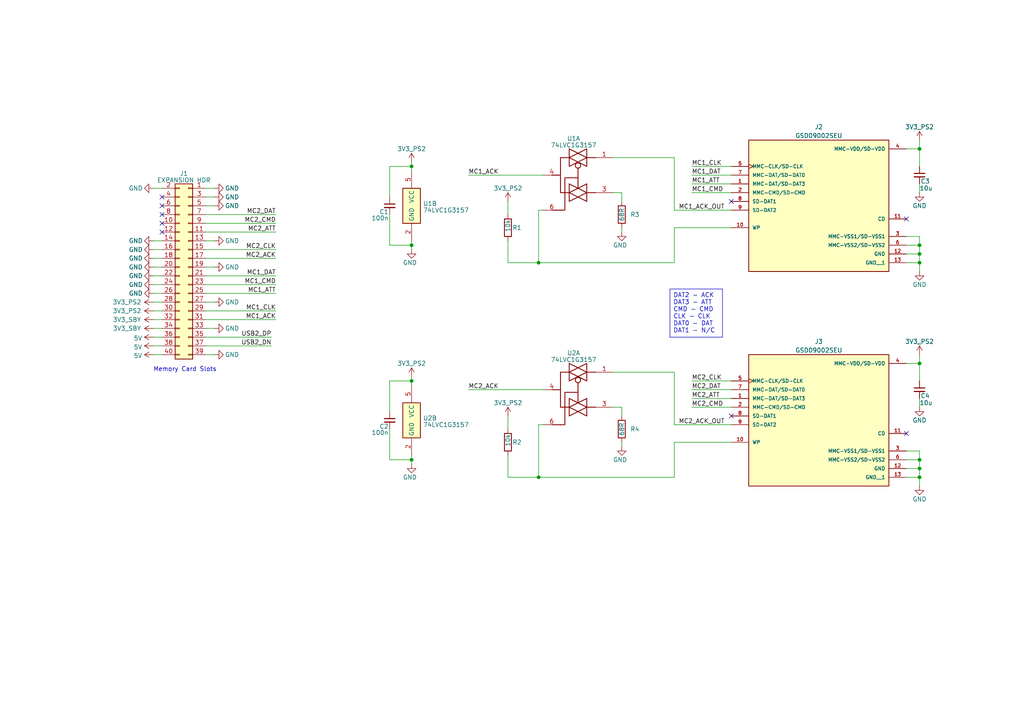
<source format=kicad_sch>
(kicad_sch (version 20230121) (generator eeschema)
  (paper "A4")
  (lib_symbols
    (symbol "74xGxx:74LVC1G3157"
      (property "Reference" "U" (at 5.08 7.62 0))
      (property "Value" "74LVC1G3157" (at 10.16 -7.62 0))
      (symbol "74LVC1G3157_1_1"
        (polyline (pts (xy -7.62 -10.16) (xy -5.08 -10.16)) (stroke (width 0.254)) (fill (type background)))
        (polyline (pts (xy -7.62 0) (xy -5.08 0)) (stroke (width 0.254)) (fill (type background)))
        (polyline (pts (xy 0 -3.81) (xy 0 2.032)) (stroke (width 0.254)))
        (polyline (pts (xy 5.08 -5.08) (xy 2.54 -5.08)) (stroke (width 0.254)) (fill (type background)))
        (polyline (pts (xy 5.08 5.08) (xy 2.54 5.08)) (stroke (width 0.254)) (fill (type background)))
        (polyline (pts (xy -2.54 -5.08) (xy 0 -6.35) (xy -2.54 -7.62) (xy -2.54 -5.08)) (stroke (width 0.254)))
        (polyline (pts (xy -2.54 -2.54) (xy -2.54 -5.08) (xy 0 -3.81) (xy -2.54 -2.54)) (stroke (width 0.254)))
        (polyline (pts (xy -2.54 5.08) (xy 0 3.81) (xy -2.54 2.54) (xy -2.54 5.08)) (stroke (width 0.254)))
        (polyline (pts (xy -2.54 7.62) (xy 0 6.35) (xy -2.54 5.08) (xy -2.54 7.62)) (stroke (width 0.254)))
        (polyline (pts (xy 0 -0.762) (xy -3.81 -0.762) (xy -3.81 -10.16) (xy -5.08 -10.16)) (stroke (width 0.254)))
        (polyline (pts (xy 2.54 -5.08) (xy 0 -6.35) (xy 2.54 -7.62) (xy 2.54 -5.08)) (stroke (width 0.254)))
        (polyline (pts (xy 2.54 -2.54) (xy 2.54 -5.08) (xy 0 -3.81) (xy 2.54 -2.54)) (stroke (width 0.254)))
        (polyline (pts (xy 2.54 5.08) (xy 2.54 2.54) (xy 0 3.81) (xy 2.54 5.08)) (stroke (width 0.254)))
        (polyline (pts (xy 2.54 5.08) (xy 2.54 7.62) (xy 0 6.35) (xy 2.54 5.08)) (stroke (width 0.254)))
        (polyline (pts (xy -2.54 5.08) (xy -5.08 5.08) (xy -5.08 0) (xy -5.08 -5.08) (xy -2.54 -5.08)) (stroke (width 0.254)))
        (circle (center 0 2.794) (radius 0.762) (stroke (width 0.254)))
        (pin bidirectional line (at 10.16 5.08 180) (length 5.08) (name "~") (number "1"))
        (pin bidirectional line (at 10.16 -5.08 180) (length 5.08) (name "~") (number "3"))
        (pin bidirectional line (at -10.16 0 0) (length 5.08) (name "~") (number "4"))
        (pin input line (at -10.16 -10.16 0) (length 5.08) (name "~") (number "6"))
      )
      (symbol "74LVC1G3157_2_1"
        (rectangle (start -2.54 5.08) (end 2.54 -5.08) (stroke (width 0.254)) (fill (type background)))
        (pin power_in line (at 0 -10.16 90) (length 5.08) (name "GND") (number "2"))
        (pin power_in line (at 0 10.16 270) (length 5.08) (name "VCC") (number "5"))
      )
    )
    (symbol "GND_1" (power) (pin_names (offset 0))
      (property "Value" "GND_1" (at 0 -3.81 0))
      (symbol "GND_1_0_1"
        (polyline (pts (xy 0 0) (xy 0 -1.27) (xy 1.27 -1.27) (xy 0 -2.54) (xy -1.27 -1.27) (xy 0 -1.27)))
      )
      (symbol "GND_1_1_1"
        (pin power_in line (at 0 0 270) (length 0) hide (name "GND") (number "1"))
      )
    )
    (symbol "GND_19" (power) (pin_names (offset 0))
      (property "Value" "GND_19" (at 0 -3.81 0))
      (symbol "GND_19_0_1"
        (polyline (pts (xy 0 0) (xy 0 -1.27) (xy 1.27 -1.27) (xy 0 -2.54) (xy -1.27 -1.27) (xy 0 -1.27)))
      )
      (symbol "GND_19_1_1"
        (pin power_in line (at 0 0 270) (length 0) hide (name "GND") (number "1"))
      )
    )
    (symbol "PS2:3V5" (power) (pin_names (offset 0))
      (property "Value" "3V3_PS2" (at 0 3.556 0))
      (symbol "3V5_0_1"
        (polyline (pts (xy -0.762 1.27) (xy 0 2.54)))
        (polyline (pts (xy 0 0) (xy 0 2.54)))
        (polyline (pts (xy 0 2.54) (xy 0.762 1.27)))
      )
      (symbol "3V5_1_1"
        (pin power_in line (at 0 0 90) (length 0) hide (name "3V3_PS2") (number "1"))
      )
    )
    (symbol "PS2:3V5_SBY" (power) (pin_names (offset 0))
      (property "Value" "3V3_SBY" (at 0 3.556 0))
      (symbol "3V5_SBY_0_1"
        (polyline (pts (xy -0.762 1.27) (xy 0 2.54)))
        (polyline (pts (xy 0 0) (xy 0 2.54)))
        (polyline (pts (xy 0 2.54) (xy 0.762 1.27)))
      )
      (symbol "3V5_SBY_1_1"
        (pin power_in line (at 0 0 90) (length 0) hide (name "3V3_SBY") (number "1"))
      )
    )
    (symbol "PS2:5V" (power) (pin_names (offset 0))
      (property "Value" "5V" (at 0 3.556 0))
      (symbol "5V_0_1"
        (polyline (pts (xy -0.762 1.27) (xy 0 2.54)))
        (polyline (pts (xy 0 0) (xy 0 2.54)))
        (polyline (pts (xy 0 2.54) (xy 0.762 1.27)))
      )
      (symbol "5V_1_1"
        (pin power_in line (at 0 0 90) (length 0) hide (name "5V") (number "1"))
      )
    )
    (symbol "PS2:DF40C-40DS-0.4V" (pin_names (offset 1.016) hide)
      (property "Reference" "J" (at 1.27 25.4 0))
      (property "Value" "DF40C-40DS-0.4V" (at 1.27 -27.94 0))
      (symbol "DF40C-40DS-0.4V_1_1"
        (rectangle (start -1.27 -25.273) (end 0 -25.527) (stroke (width 0.1524)))
        (rectangle (start -1.27 -22.733) (end 0 -22.987) (stroke (width 0.1524)))
        (rectangle (start -1.27 -20.193) (end 0 -20.447) (stroke (width 0.1524)))
        (rectangle (start -1.27 -17.653) (end 0 -17.907) (stroke (width 0.1524)))
        (rectangle (start -1.27 -15.113) (end 0 -15.367) (stroke (width 0.1524)))
        (rectangle (start -1.27 -12.573) (end 0 -12.827) (stroke (width 0.1524)))
        (rectangle (start -1.27 -10.033) (end 0 -10.287) (stroke (width 0.1524)))
        (rectangle (start -1.27 -7.493) (end 0 -7.747) (stroke (width 0.1524)))
        (rectangle (start -1.27 -4.953) (end 0 -5.207) (stroke (width 0.1524)))
        (rectangle (start -1.27 -2.413) (end 0 -2.667) (stroke (width 0.1524)))
        (rectangle (start -1.27 0.127) (end 0 -0.127) (stroke (width 0.1524)))
        (rectangle (start -1.27 2.667) (end 0 2.413) (stroke (width 0.1524)))
        (rectangle (start -1.27 5.207) (end 0 4.953) (stroke (width 0.1524)))
        (rectangle (start -1.27 7.747) (end 0 7.493) (stroke (width 0.1524)))
        (rectangle (start -1.27 10.287) (end 0 10.033) (stroke (width 0.1524)))
        (rectangle (start -1.27 12.827) (end 0 12.573) (stroke (width 0.1524)))
        (rectangle (start -1.27 15.367) (end 0 15.113) (stroke (width 0.1524)))
        (rectangle (start -1.27 17.907) (end 0 17.653) (stroke (width 0.1524)))
        (rectangle (start -1.27 20.447) (end 0 20.193) (stroke (width 0.1524)))
        (rectangle (start -1.27 22.987) (end 0 22.733) (stroke (width 0.1524)))
        (rectangle (start -1.27 24.13) (end 3.81 -26.67) (stroke (width 0.254)) (fill (type background)))
        (rectangle (start 3.81 -25.273) (end 2.54 -25.527) (stroke (width 0.1524)))
        (rectangle (start 3.81 -22.733) (end 2.54 -22.987) (stroke (width 0.1524)))
        (rectangle (start 3.81 -20.193) (end 2.54 -20.447) (stroke (width 0.1524)))
        (rectangle (start 3.81 -17.653) (end 2.54 -17.907) (stroke (width 0.1524)))
        (rectangle (start 3.81 -15.113) (end 2.54 -15.367) (stroke (width 0.1524)))
        (rectangle (start 3.81 -12.573) (end 2.54 -12.827) (stroke (width 0.1524)))
        (rectangle (start 3.81 -10.033) (end 2.54 -10.287) (stroke (width 0.1524)))
        (rectangle (start 3.81 -7.493) (end 2.54 -7.747) (stroke (width 0.1524)))
        (rectangle (start 3.81 -4.953) (end 2.54 -5.207) (stroke (width 0.1524)))
        (rectangle (start 3.81 -2.413) (end 2.54 -2.667) (stroke (width 0.1524)))
        (rectangle (start 3.81 0.127) (end 2.54 -0.127) (stroke (width 0.1524)))
        (rectangle (start 3.81 2.667) (end 2.54 2.413) (stroke (width 0.1524)))
        (rectangle (start 3.81 5.207) (end 2.54 4.953) (stroke (width 0.1524)))
        (rectangle (start 3.81 7.747) (end 2.54 7.493) (stroke (width 0.1524)))
        (rectangle (start 3.81 10.287) (end 2.54 10.033) (stroke (width 0.1524)))
        (rectangle (start 3.81 12.827) (end 2.54 12.573) (stroke (width 0.1524)))
        (rectangle (start 3.81 15.367) (end 2.54 15.113) (stroke (width 0.1524)))
        (rectangle (start 3.81 17.907) (end 2.54 17.653) (stroke (width 0.1524)))
        (rectangle (start 3.81 20.447) (end 2.54 20.193) (stroke (width 0.1524)))
        (rectangle (start 3.81 22.987) (end 2.54 22.733) (stroke (width 0.1524)))
        (pin passive line (at -5.08 22.86 0) (length 3.81) (name "Pin_1") (number "1"))
        (pin passive line (at 7.62 12.7 180) (length 3.81) (name "Pin_10") (number "10"))
        (pin passive line (at -5.08 10.16 0) (length 3.81) (name "Pin_11") (number "11"))
        (pin passive line (at 7.62 10.16 180) (length 3.81) (name "Pin_12") (number "12"))
        (pin passive line (at -5.08 7.62 0) (length 3.81) (name "Pin_13") (number "13"))
        (pin passive line (at 7.62 7.62 180) (length 3.81) (name "Pin_14") (number "14"))
        (pin passive line (at -5.08 5.08 0) (length 3.81) (name "Pin_15") (number "15"))
        (pin passive line (at 7.62 5.08 180) (length 3.81) (name "Pin_16") (number "16"))
        (pin passive line (at -5.08 2.54 0) (length 3.81) (name "Pin_17") (number "17"))
        (pin passive line (at 7.62 2.54 180) (length 3.81) (name "Pin_18") (number "18"))
        (pin passive line (at -5.08 0 0) (length 3.81) (name "Pin_19") (number "19"))
        (pin passive line (at 7.62 22.86 180) (length 3.81) (name "Pin_2") (number "2"))
        (pin passive line (at 7.62 0 180) (length 3.81) (name "Pin_20") (number "20"))
        (pin passive line (at -5.08 -2.54 0) (length 3.81) (name "Pin_21") (number "21"))
        (pin passive line (at 7.62 -2.54 180) (length 3.81) (name "Pin_22") (number "22"))
        (pin passive line (at -5.08 -5.08 0) (length 3.81) (name "Pin_23") (number "23"))
        (pin passive line (at 7.62 -5.08 180) (length 3.81) (name "Pin_24") (number "24"))
        (pin passive line (at -5.08 -7.62 0) (length 3.81) (name "Pin_25") (number "25"))
        (pin passive line (at 7.62 -7.62 180) (length 3.81) (name "Pin_26") (number "26"))
        (pin passive line (at -5.08 -10.16 0) (length 3.81) (name "Pin_27") (number "27"))
        (pin passive line (at 7.62 -10.16 180) (length 3.81) (name "Pin_28") (number "28"))
        (pin passive line (at -5.08 -12.7 0) (length 3.81) (name "Pin_29") (number "29"))
        (pin passive line (at -5.08 20.32 0) (length 3.81) (name "Pin_3") (number "3"))
        (pin passive line (at 7.62 -12.7 180) (length 3.81) (name "Pin_30") (number "30"))
        (pin passive line (at -5.08 -15.24 0) (length 3.81) (name "Pin_31") (number "31"))
        (pin passive line (at 7.62 -15.24 180) (length 3.81) (name "Pin_32") (number "32"))
        (pin passive line (at -5.08 -17.78 0) (length 3.81) (name "Pin_33") (number "33"))
        (pin passive line (at 7.62 -17.78 180) (length 3.81) (name "Pin_34") (number "34"))
        (pin passive line (at -5.08 -20.32 0) (length 3.81) (name "Pin_35") (number "35"))
        (pin passive line (at 7.62 -20.32 180) (length 3.81) (name "Pin_36") (number "36"))
        (pin passive line (at -5.08 -22.86 0) (length 3.81) (name "Pin_37") (number "37"))
        (pin passive line (at 7.62 -22.86 180) (length 3.81) (name "Pin_38") (number "38"))
        (pin passive line (at -5.08 -25.4 0) (length 3.81) (name "Pin_39") (number "39"))
        (pin passive line (at 7.62 20.32 180) (length 3.81) (name "Pin_4") (number "4"))
        (pin passive line (at 7.62 -25.4 180) (length 3.81) (name "Pin_40") (number "40"))
        (pin passive line (at -5.08 17.78 0) (length 3.81) (name "Pin_5") (number "5"))
        (pin passive line (at 7.62 17.78 180) (length 3.81) (name "Pin_6") (number "6"))
        (pin passive line (at -5.08 15.24 0) (length 3.81) (name "Pin_7") (number "7"))
        (pin passive line (at 7.62 15.24 180) (length 3.81) (name "Pin_8") (number "8"))
        (pin passive line (at -5.08 12.7 0) (length 3.81) (name "Pin_9") (number "9"))
      )
    )
    (symbol "PS2:GSD09002SEU" (pin_names (offset 1.016))
      (property "Reference" "J" (at -20.32 18.542 0))
      (property "Value" "GSD09002SEU" (at -20.32 -22.86 0))
      (property "Part Number" "GSD09002SEU" (at 0 0 0))
      (symbol "GSD09002SEU_0_0"
        (rectangle (start -20.32 -20.32) (end 20.32 17.78) (stroke (width 0.254)) (fill (type background)))
        (pin bidirectional line (at -25.4 5.08 0) (length 5.08) (name "MMC-DAT/SD-DAT3") (number "1"))
        (pin passive line (at -25.4 -7.62 0) (length 5.08) (name "WP") (number "10"))
        (pin passive line (at 25.4 -5.08 180) (length 5.08) (name "CD") (number "11"))
        (pin power_in line (at 25.4 -15.24 180) (length 5.08) (name "GND") (number "12"))
        (pin power_in line (at 25.4 -17.78 180) (length 5.08) (name "GND__1") (number "13"))
        (pin bidirectional line (at -25.4 2.54 0) (length 5.08) (name "MMC-CMD/SD-CMD") (number "2"))
        (pin power_in line (at 25.4 -10.16 180) (length 5.08) (name "MMC-VSS1/SD-VSS1") (number "3"))
        (pin power_in line (at 25.4 15.24 180) (length 5.08) (name "MMC-VDD/SD-VDD") (number "4"))
        (pin bidirectional clock (at -25.4 10.16 0) (length 5.08) (name "MMC-CLK/SD-CLK") (number "5"))
        (pin power_in line (at 25.4 -12.7 180) (length 5.08) (name "MMC-VSS2/SD-VSS2") (number "6"))
        (pin bidirectional line (at -25.4 7.62 0) (length 5.08) (name "MMC-DAT/SD-DAT0") (number "7"))
        (pin bidirectional line (at -25.4 0 0) (length 5.08) (name "SD-DAT1") (number "8"))
        (pin bidirectional line (at -25.4 -2.54 0) (length 5.08) (name "SD-DAT2") (number "9"))
      )
    )
    (symbol "PS2_Capacitors:C_100n_0402" (pin_numbers hide) (pin_names (offset 0.254) hide)
      (property "Reference" "C" (at 0.254 1.778 0))
      (property "Value" "100n" (at 0.254 -2.032 0))
      (symbol "C_100n_0402_0_1"
        (polyline (pts (xy -1.524 -0.508) (xy 1.524 -0.508)) (stroke (width 0.3302)))
        (polyline (pts (xy -1.524 0.508) (xy 1.524 0.508)) (stroke (width 0.3048)))
      )
      (symbol "C_100n_0402_1_1"
        (pin passive line (at 0 2.54 270) (length 2.032) (name "~") (number "1"))
        (pin passive line (at 0 -2.54 90) (length 2.032) (name "~") (number "2"))
      )
    )
    (symbol "PS2_Capacitors:C_10u_0805" (pin_numbers hide) (pin_names (offset 0.254) hide)
      (property "Reference" "C" (at 0.254 1.778 0))
      (property "Value" "10u" (at 0.254 -2.032 0))
      (symbol "C_10u_0805_0_1"
        (polyline (pts (xy -1.524 -0.508) (xy 1.524 -0.508)) (stroke (width 0.3302)))
        (polyline (pts (xy -1.524 0.508) (xy 1.524 0.508)) (stroke (width 0.3048)))
      )
      (symbol "C_10u_0805_1_1"
        (pin passive line (at 0 2.54 270) (length 2.032) (name "~") (number "1"))
        (pin passive line (at 0 -2.54 90) (length 2.032) (name "~") (number "2"))
      )
    )
    (symbol "PS2_Resistors:R_10k_0402" (pin_numbers hide) (pin_names (offset 0))
      (property "Reference" "R" (at 2.032 0 90))
      (property "Value" "10k" (at 0 0 90))
      (symbol "R_10k_0402_0_1"
        (rectangle (start -1.016 -2.54) (end 1.016 2.54) (stroke (width 0.254)))
      )
      (symbol "R_10k_0402_1_1"
        (pin passive line (at 0 3.81 270) (length 1.27) (name "~") (number "1"))
        (pin passive line (at 0 -3.81 90) (length 1.27) (name "~") (number "2"))
      )
    )
    (symbol "PS2_Resistors:R_68R_0402" (pin_numbers hide) (pin_names (offset 0))
      (property "Reference" "R" (at 2.032 0 90))
      (property "Value" "68R" (at 0 0 90))
      (symbol "R_68R_0402_0_1"
        (rectangle (start -1.016 -2.54) (end 1.016 2.54) (stroke (width 0.254)))
      )
      (symbol "R_68R_0402_1_1"
        (pin passive line (at 0 3.81 270) (length 1.27) (name "~") (number "1"))
        (pin passive line (at 0 -3.81 90) (length 1.27) (name "~") (number "2"))
      )
    )
    (symbol "power:GND" (power) (pin_names (offset 0))
      (property "Value" "GND" (at 0 -3.81 0))
      (symbol "GND_0_1"
        (polyline (pts (xy 0 0) (xy 0 -1.27) (xy 1.27 -1.27) (xy 0 -2.54) (xy -1.27 -1.27) (xy 0 -1.27)))
      )
      (symbol "GND_1_1"
        (pin power_in line (at 0 0 270) (length 0) hide (name "GND") (number "1"))
      )
    )
  )
  (junction (at 119.38 48.26))
  (junction (at 156.21 76.2))
  (junction (at 266.7 73.66))
  (junction (at 266.7 135.89))
  (junction (at 119.38 110.49))
  (junction (at 266.7 133.35))
  (junction (at 266.7 105.41))
  (junction (at 266.7 138.43))
  (junction (at 266.7 43.18))
  (junction (at 266.7 71.12))
  (junction (at 156.21 138.43))
  (junction (at 119.38 133.35))
  (junction (at 119.38 71.12))
  (junction (at 266.7 76.2))
  (no_connect (at 46.99 57.15))
  (no_connect (at 212.09 120.65))
  (no_connect (at 212.09 58.42))
  (no_connect (at 46.99 64.77))
  (no_connect (at 46.99 62.23))
  (no_connect (at 262.89 125.73))
  (no_connect (at 262.89 63.5))
  (no_connect (at 46.99 67.31))
  (no_connect (at 46.99 59.69))
  (wire (pts (xy 266.7 73.66) (xy 266.7 71.12)))
  (wire (pts (xy 266.7 53.34) (xy 266.7 55.88)))
  (wire (pts (xy 266.7 76.2) (xy 266.7 73.66)))
  (wire (pts (xy 177.8 45.72) (xy 195.58 45.72)))
  (wire (pts (xy 200.66 115.57) (xy 212.09 115.57)))
  (wire (pts (xy 119.38 46.99) (xy 119.38 48.26)))
  (wire (pts (xy 59.69 80.01) (xy 80.01 80.01)))
  (wire (pts (xy 119.38 110.49) (xy 119.38 111.76)))
  (wire (pts (xy 113.03 57.15) (xy 113.03 48.26)))
  (wire (pts (xy 177.8 107.95) (xy 195.58 107.95)))
  (wire (pts (xy 156.21 138.43) (xy 195.58 138.43)))
  (wire (pts (xy 59.69 77.47) (xy 62.23 77.47)))
  (wire (pts (xy 200.66 118.11) (xy 212.09 118.11)))
  (wire (pts (xy 59.69 92.71) (xy 80.01 92.71)))
  (wire (pts (xy 266.7 115.57) (xy 266.7 118.11)))
  (wire (pts (xy 195.58 60.96) (xy 212.09 60.96)))
  (wire (pts (xy 180.34 58.42) (xy 180.34 55.88)))
  (wire (pts (xy 147.32 76.2) (xy 156.21 76.2)))
  (wire (pts (xy 46.99 74.93) (xy 44.45 74.93)))
  (wire (pts (xy 266.7 76.2) (xy 266.7 78.74)))
  (wire (pts (xy 266.7 105.41) (xy 266.7 110.49)))
  (wire (pts (xy 46.99 72.39) (xy 44.45 72.39)))
  (wire (pts (xy 200.66 48.26) (xy 212.09 48.26)))
  (wire (pts (xy 200.66 53.34) (xy 212.09 53.34)))
  (wire (pts (xy 119.38 48.26) (xy 119.38 49.53)))
  (wire (pts (xy 195.58 45.72) (xy 195.58 60.96)))
  (wire (pts (xy 113.03 133.35) (xy 119.38 133.35)))
  (wire (pts (xy 78.74 100.33) (xy 59.69 100.33)))
  (wire (pts (xy 262.89 73.66) (xy 266.7 73.66)))
  (wire (pts (xy 46.99 100.33) (xy 44.45 100.33)))
  (wire (pts (xy 46.99 97.79) (xy 44.45 97.79)))
  (wire (pts (xy 147.32 138.43) (xy 156.21 138.43)))
  (wire (pts (xy 180.34 55.88) (xy 177.8 55.88)))
  (wire (pts (xy 195.58 107.95) (xy 195.58 123.19)))
  (wire (pts (xy 262.89 135.89) (xy 266.7 135.89)))
  (wire (pts (xy 59.69 57.15) (xy 62.23 57.15)))
  (wire (pts (xy 147.32 58.42) (xy 147.32 62.23)))
  (wire (pts (xy 59.69 62.23) (xy 80.01 62.23)))
  (wire (pts (xy 46.99 85.09) (xy 44.45 85.09)))
  (wire (pts (xy 46.99 92.71) (xy 44.45 92.71)))
  (wire (pts (xy 46.99 54.61) (xy 44.45 54.61)))
  (wire (pts (xy 113.03 62.23) (xy 113.03 71.12)))
  (wire (pts (xy 147.32 132.08) (xy 147.32 138.43)))
  (wire (pts (xy 59.69 54.61) (xy 62.23 54.61)))
  (wire (pts (xy 113.03 71.12) (xy 119.38 71.12)))
  (wire (pts (xy 156.21 76.2) (xy 156.21 60.96)))
  (wire (pts (xy 200.66 55.88) (xy 212.09 55.88)))
  (wire (pts (xy 262.89 76.2) (xy 266.7 76.2)))
  (wire (pts (xy 180.34 120.65) (xy 180.34 118.11)))
  (wire (pts (xy 119.38 132.08) (xy 119.38 133.35)))
  (wire (pts (xy 266.7 43.18) (xy 266.7 48.26)))
  (wire (pts (xy 46.99 102.87) (xy 44.45 102.87)))
  (wire (pts (xy 212.09 128.27) (xy 195.58 128.27)))
  (wire (pts (xy 46.99 90.17) (xy 44.45 90.17)))
  (wire (pts (xy 46.99 77.47) (xy 44.45 77.47)))
  (wire (pts (xy 200.66 113.03) (xy 212.09 113.03)))
  (wire (pts (xy 78.74 97.79) (xy 59.69 97.79)))
  (wire (pts (xy 59.69 67.31) (xy 80.01 67.31)))
  (wire (pts (xy 46.99 69.85) (xy 44.45 69.85)))
  (wire (pts (xy 262.89 138.43) (xy 266.7 138.43)))
  (wire (pts (xy 119.38 69.85) (xy 119.38 71.12)))
  (wire (pts (xy 262.89 71.12) (xy 266.7 71.12)))
  (wire (pts (xy 59.69 87.63) (xy 62.23 87.63)))
  (wire (pts (xy 147.32 69.85) (xy 147.32 76.2)))
  (wire (pts (xy 119.38 109.22) (xy 119.38 110.49)))
  (wire (pts (xy 113.03 110.49) (xy 119.38 110.49)))
  (wire (pts (xy 180.34 128.27) (xy 180.34 129.54)))
  (wire (pts (xy 135.89 50.8) (xy 157.48 50.8)))
  (wire (pts (xy 156.21 123.19) (xy 157.48 123.19)))
  (wire (pts (xy 59.69 69.85) (xy 62.23 69.85)))
  (wire (pts (xy 262.89 105.41) (xy 266.7 105.41)))
  (wire (pts (xy 195.58 128.27) (xy 195.58 138.43)))
  (wire (pts (xy 156.21 76.2) (xy 195.58 76.2)))
  (wire (pts (xy 156.21 60.96) (xy 157.48 60.96)))
  (wire (pts (xy 59.69 59.69) (xy 62.23 59.69)))
  (wire (pts (xy 119.38 71.12) (xy 119.38 72.39)))
  (wire (pts (xy 266.7 135.89) (xy 266.7 133.35)))
  (wire (pts (xy 180.34 118.11) (xy 177.8 118.11)))
  (wire (pts (xy 46.99 95.25) (xy 44.45 95.25)))
  (wire (pts (xy 59.69 72.39) (xy 80.01 72.39)))
  (wire (pts (xy 262.89 130.81) (xy 266.7 130.81)))
  (wire (pts (xy 59.69 64.77) (xy 80.01 64.77)))
  (wire (pts (xy 59.69 85.09) (xy 80.01 85.09)))
  (wire (pts (xy 59.69 74.93) (xy 80.01 74.93)))
  (wire (pts (xy 180.34 66.04) (xy 180.34 67.31)))
  (wire (pts (xy 59.69 102.87) (xy 62.23 102.87)))
  (wire (pts (xy 200.66 50.8) (xy 212.09 50.8)))
  (wire (pts (xy 46.99 82.55) (xy 44.45 82.55)))
  (wire (pts (xy 147.32 120.65) (xy 147.32 124.46)))
  (wire (pts (xy 195.58 123.19) (xy 212.09 123.19)))
  (wire (pts (xy 262.89 133.35) (xy 266.7 133.35)))
  (wire (pts (xy 113.03 48.26) (xy 119.38 48.26)))
  (wire (pts (xy 266.7 71.12) (xy 266.7 68.58)))
  (wire (pts (xy 266.7 138.43) (xy 266.7 140.97)))
  (wire (pts (xy 46.99 80.01) (xy 44.45 80.01)))
  (wire (pts (xy 266.7 40.64) (xy 266.7 43.18)))
  (wire (pts (xy 113.03 124.46) (xy 113.03 133.35)))
  (wire (pts (xy 266.7 138.43) (xy 266.7 135.89)))
  (wire (pts (xy 113.03 119.38) (xy 113.03 110.49)))
  (wire (pts (xy 119.38 133.35) (xy 119.38 134.62)))
  (wire (pts (xy 59.69 95.25) (xy 62.23 95.25)))
  (wire (pts (xy 156.21 138.43) (xy 156.21 123.19)))
  (wire (pts (xy 195.58 66.04) (xy 195.58 76.2)))
  (wire (pts (xy 262.89 68.58) (xy 266.7 68.58)))
  (wire (pts (xy 46.99 87.63) (xy 44.45 87.63)))
  (wire (pts (xy 212.09 66.04) (xy 195.58 66.04)))
  (wire (pts (xy 200.66 110.49) (xy 212.09 110.49)))
  (wire (pts (xy 59.69 82.55) (xy 80.01 82.55)))
  (wire (pts (xy 59.69 90.17) (xy 80.01 90.17)))
  (wire (pts (xy 266.7 133.35) (xy 266.7 130.81)))
  (wire (pts (xy 135.89 113.03) (xy 157.48 113.03)))
  (wire (pts (xy 262.89 43.18) (xy 266.7 43.18)))
  (wire (pts (xy 266.7 102.87) (xy 266.7 105.41)))
  (text_box "DAT2 - ACK\nDAT3 - ATT\nCMD - CMD\nCLK - CLK\nDAT0 - DAT\nDAT1 - N/C" (at 194.31 83.82 0) (size 15.24 13.97) (effects (font (size 1.27 1.27)) (justify left top)))
  (text "Memory Card Slots" (at 44.45 107.95 0) (effects (font (size 1.27 1.27)) (justify left bottom)))
  (label "MC1_ACK" (at 80.01 92.71 180))
  (label "MC2_DAT" (at 200.66 113.03 0))
  (label "MC2_ACK_OUT" (at 196.85 123.19 0))
  (label "MC2_ATT" (at 80.01 67.31 180))
  (label "MC1_DAT" (at 80.01 80.01 180))
  (label "MC2_CMD" (at 80.01 64.77 180))
  (label "MC1_ATT" (at 200.66 53.34 0))
  (label "MC1_ATT" (at 80.01 85.09 180))
  (label "MC1_ACK" (at 135.89 50.8 0))
  (label "MC2_ATT" (at 200.66 115.57 0))
  (label "MC1_CMD" (at 80.01 82.55 180))
  (label "MC2_CMD" (at 200.66 118.11 0))
  (label "USB2_DP" (at 78.74 97.79 180))
  (label "MC2_ACK" (at 135.89 113.03 0))
  (label "MC1_CMD" (at 200.66 55.88 0))
  (label "MC1_DAT" (at 200.66 50.8 0))
  (label "MC1_CLK" (at 200.66 48.26 0))
  (label "MC2_CLK" (at 80.01 72.39 180))
  (label "MC2_ACK" (at 80.01 74.93 180))
  (label "MC1_CLK" (at 80.01 90.17 180))
  (label "MC1_ACK_OUT" (at 196.85 60.96 0))
  (label "MC2_DAT" (at 80.01 62.23 180))
  (label "USB2_DN" (at 78.74 100.33 180))
  (label "MC2_CLK" (at 200.66 110.49 0))
  (symbol (lib_id "PS2_Capacitors:C_100n_0402") (at 113.03 59.69 0) (mirror y) (unit 1)
    (property "Reference" "C1" (at 112.7378 61.4616 0) (effects (justify left)))
    (property "Value" "100n" (at 112.7378 63.2523 0) (effects (justify left)))
    (property "Footprint" "PS2:C_0402_1005Metric" (effects hide))
    (property "Datasheet" "https://www.mouser.at/datasheet/2/447/UPY_NP0X5R_01005_4V_to_25V_V10-3003057.pdf" (effects hide))
    (property "Part Number" "CC0402KRX7R7BB104" (effects hide))
  )
  (symbol (lib_id "power:GND") (at 44.45 80.01 270) (unit 1)
    (property "Reference" "#PWR06" (effects hide))
    (property "Value" "GND" (at 39.37 80.01 90))
  )
  (symbol (lib_id "power:GND") (at 62.23 95.25 90) (unit 1)
    (property "Reference" "#PWR022" (effects hide))
    (property "Value" "GND" (at 67.31 95.25 90))
  )
  (symbol (lib_id "PS2:GSD09002SEU") (at 237.49 58.42 0) (unit 1)
    (property "Reference" "J2" (at 237.49 36.83 0))
    (property "Value" "GSD09002SEU" (at 237.49 39.37 0))
    (property "Footprint" "PS2:AMPHENOL_GSD09002SEU" (effects hide))
    (property "Part Number" "GSD09002SEU" (effects hide))
  )
  (symbol (lib_name "GND_19") (lib_id "power:GND") (at 119.38 72.39 0) (mirror y) (unit 1)
    (property "Reference" "#PWR025" (effects hide))
    (property "Value" "GND" (at 116.84 76.2 0) (effects (justify right)))
  )
  (symbol (lib_id "PS2:3V5") (at 147.32 58.42 0) (unit 1)
    (property "Reference" "#PWR028" (effects hide))
    (property "Value" "3V3_PS2" (at 147.32 54.61 0))
  )
  (symbol (lib_id "power:GND") (at 62.23 77.47 90) (mirror x) (unit 1)
    (property "Reference" "#PWR020" (effects hide))
    (property "Value" "GND" (at 67.31 77.47 90))
  )
  (symbol (lib_id "power:GND") (at 62.23 69.85 90) (mirror x) (unit 1)
    (property "Reference" "#PWR019" (effects hide))
    (property "Value" "GND" (at 67.31 69.85 90))
  )
  (symbol (lib_id "PS2:5V") (at 44.45 100.33 90) (mirror x) (unit 1)
    (property "Reference" "#PWR014" (effects hide))
    (property "Value" "5V" (at 41.275 100.6468 90) (effects (justify left)))
  )
  (symbol (lib_id "power:GND") (at 44.45 82.55 270) (unit 1)
    (property "Reference" "#PWR07" (effects hide))
    (property "Value" "GND" (at 39.37 82.55 90))
  )
  (symbol (lib_id "power:GND") (at 62.23 57.15 90) (mirror x) (unit 1)
    (property "Reference" "#PWR017" (effects hide))
    (property "Value" "GND" (at 67.31 57.15 90))
  )
  (symbol (lib_id "power:GND") (at 44.45 74.93 270) (mirror x) (unit 1)
    (property "Reference" "#PWR04" (effects hide))
    (property "Value" "GND" (at 39.37 74.93 90))
  )
  (symbol (lib_id "74xGxx:74LVC1G3157") (at 167.64 113.03 0) (unit 1)
    (property "Reference" "U2" (at 166.37 102.4001 0))
    (property "Value" "74LVC1G3157" (at 166.37 104.3211 0))
    (property "Footprint" "Package_TO_SOT_SMD:SOT-363_SC-70-6" (effects hide))
    (property "Datasheet" "http://www.ti.com/lit/sg/scyt129e/scyt129e.pdf" (effects hide))
    (property "Part Number" "74LVC1G3157GW,125" (effects hide))
  )
  (symbol (lib_id "PS2_Resistors:R_10k_0402") (at 147.32 66.04 0) (unit 1)
    (property "Reference" "R1" (at 148.59 66.04 0) (effects (justify left)))
    (property "Value" "10k" (at 147.32 67.31 90) (effects (justify left)))
    (property "Footprint" "PS2:R_0402_1005Metric" (effects hide))
    (property "Part Number" "RC0402JR-0710KL" (effects hide))
  )
  (symbol (lib_id "PS2_Capacitors:C_10u_0805") (at 266.7 113.03 0) (unit 1)
    (property "Reference" "C4" (at 266.9922 114.8016 0) (effects (justify left)))
    (property "Value" "10u" (at 266.7 116.84 0) (effects (justify left)))
    (property "Footprint" "PS2:C_0805_2012Metric" (effects hide))
    (property "Datasheet" "https://www.mouser.at/datasheet/2/445/1/885012107014-3101825.pdf" (effects hide))
    (property "Part Number" "TMK212BBJ106MGHT" (effects hide))
  )
  (symbol (lib_id "power:GND") (at 44.45 69.85 270) (unit 1)
    (property "Reference" "#PWR02" (effects hide))
    (property "Value" "GND" (at 39.37 69.85 90))
  )
  (symbol (lib_id "PS2:3V5_SBY") (at 44.45 95.25 90) (unit 1)
    (property "Reference" "#PWR012" (effects hide))
    (property "Value" "3V3_SBY" (at 36.83 95.25 90))
  )
  (symbol (lib_id "power:GND") (at 44.45 77.47 270) (mirror x) (unit 1)
    (property "Reference" "#PWR05" (effects hide))
    (property "Value" "GND" (at 39.37 77.47 90))
  )
  (symbol (lib_id "74xGxx:74LVC1G3157") (at 167.64 50.8 0) (unit 1)
    (property "Reference" "U1" (at 166.37 40.1701 0))
    (property "Value" "74LVC1G3157" (at 166.37 42.0911 0))
    (property "Footprint" "Package_TO_SOT_SMD:SOT-363_SC-70-6" (effects hide))
    (property "Datasheet" "http://www.ti.com/lit/sg/scyt129e/scyt129e.pdf" (effects hide))
    (property "Part Number" "74LVC1G3157GW,125" (effects hide))
  )
  (symbol (lib_id "74xGxx:74LVC1G3157") (at 119.38 59.69 0) (unit 2)
    (property "Reference" "U1" (at 122.682 59.0463 0) (effects (justify left)))
    (property "Value" "74LVC1G3157" (at 122.682 60.9673 0) (effects (justify left)))
    (property "Footprint" "Package_TO_SOT_SMD:SOT-363_SC-70-6" (effects hide))
    (property "Datasheet" "http://www.ti.com/lit/sg/scyt129e/scyt129e.pdf" (effects hide))
    (property "Part Number" "74LVC1G3157GW,125" (effects hide))
  )
  (symbol (lib_name "GND_19") (lib_id "power:GND") (at 180.34 129.54 0) (mirror y) (unit 1)
    (property "Reference" "#PWR031" (effects hide))
    (property "Value" "GND" (at 177.8 133.35 0) (effects (justify right)))
  )
  (symbol (lib_id "PS2:5V") (at 44.45 102.87 90) (mirror x) (unit 1)
    (property "Reference" "#PWR015" (effects hide))
    (property "Value" "5V" (at 41.275 103.1868 90) (effects (justify left)))
  )
  (symbol (lib_id "PS2_Resistors:R_68R_0402") (at 180.34 62.23 180) (unit 1)
    (property "Reference" "R3" (at 184.15 62.23 0))
    (property "Value" "68R" (at 180.34 62.23 90))
    (property "Footprint" "PS2:R_0402_1005Metric" (effects hide))
    (property "Part Number" "RC0402FR-0768RL" (effects hide))
  )
  (symbol (lib_id "power:GND") (at 62.23 54.61 90) (mirror x) (unit 1)
    (property "Reference" "#PWR016" (effects hide))
    (property "Value" "GND" (at 67.31 54.61 90))
  )
  (symbol (lib_id "PS2:3V5") (at 119.38 109.22 0) (unit 1)
    (property "Reference" "#PWR026" (effects hide))
    (property "Value" "3V3_PS2" (at 119.38 105.41 0))
  )
  (symbol (lib_id "PS2:3V5") (at 266.7 40.64 0) (unit 1)
    (property "Reference" "#PWR032" (effects hide))
    (property "Value" "3V3_PS2" (at 266.7 36.83 0))
  )
  (symbol (lib_id "PS2_Capacitors:C_100n_0402") (at 113.03 121.92 0) (mirror y) (unit 1)
    (property "Reference" "C2" (at 112.7378 123.6916 0) (effects (justify left)))
    (property "Value" "100n" (at 112.7378 125.4823 0) (effects (justify left)))
    (property "Footprint" "PS2:C_0402_1005Metric" (effects hide))
    (property "Datasheet" "https://www.mouser.at/datasheet/2/447/UPY_NP0X5R_01005_4V_to_25V_V10-3003057.pdf" (effects hide))
    (property "Part Number" "CC0402KRX7R7BB104" (effects hide))
  )
  (symbol (lib_id "PS2:3V5") (at 147.32 120.65 0) (unit 1)
    (property "Reference" "#PWR029" (effects hide))
    (property "Value" "3V3_PS2" (at 147.32 116.84 0))
  )
  (symbol (lib_name "GND_1") (lib_id "power:GND") (at 266.7 118.11 0) (mirror y) (unit 1)
    (property "Reference" "#PWR036" (effects hide))
    (property "Value" "GND" (at 266.7 121.92 0))
  )
  (symbol (lib_id "74xGxx:74LVC1G3157") (at 119.38 121.92 0) (unit 2)
    (property "Reference" "U2" (at 122.682 121.2763 0) (effects (justify left)))
    (property "Value" "74LVC1G3157" (at 122.682 123.1973 0) (effects (justify left)))
    (property "Footprint" "Package_TO_SOT_SMD:SOT-363_SC-70-6" (effects hide))
    (property "Datasheet" "http://www.ti.com/lit/sg/scyt129e/scyt129e.pdf" (effects hide))
    (property "Part Number" "74LVC1G3157GW,125" (effects hide))
  )
  (symbol (lib_id "power:GND") (at 62.23 59.69 90) (mirror x) (unit 1)
    (property "Reference" "#PWR018" (effects hide))
    (property "Value" "GND" (at 67.31 59.69 90))
  )
  (symbol (lib_id "power:GND") (at 44.45 72.39 270) (mirror x) (unit 1)
    (property "Reference" "#PWR03" (effects hide))
    (property "Value" "GND" (at 39.37 72.39 90))
  )
  (symbol (lib_id "PS2_Resistors:R_68R_0402") (at 180.34 124.46 180) (unit 1)
    (property "Reference" "R4" (at 184.15 124.46 0))
    (property "Value" "68R" (at 180.34 124.46 90))
    (property "Footprint" "PS2:R_0402_1005Metric" (effects hide))
    (property "Part Number" "RC0402FR-0768RL" (effects hide))
  )
  (symbol (lib_id "power:GND") (at 44.45 85.09 270) (unit 1)
    (property "Reference" "#PWR08" (effects hide))
    (property "Value" "GND" (at 39.37 85.09 90))
  )
  (symbol (lib_id "PS2:GSD09002SEU") (at 237.49 120.65 0) (unit 1)
    (property "Reference" "J3" (at 237.49 99.06 0))
    (property "Value" "GSD09002SEU" (at 237.49 101.6 0))
    (property "Footprint" "PS2:AMPHENOL_GSD09002SEU" (effects hide))
    (property "Part Number" "GSD09002SEU" (effects hide))
  )
  (symbol (lib_id "PS2:3V5") (at 266.7 102.87 0) (unit 1)
    (property "Reference" "#PWR035" (effects hide))
    (property "Value" "3V3_PS2" (at 266.7 99.06 0))
  )
  (symbol (lib_id "PS2_Capacitors:C_10u_0805") (at 266.7 50.8 0) (unit 1)
    (property "Reference" "C3" (at 266.9922 52.5716 0) (effects (justify left)))
    (property "Value" "10u" (at 266.7 54.61 0) (effects (justify left)))
    (property "Footprint" "PS2:C_0805_2012Metric" (effects hide))
    (property "Datasheet" "https://www.mouser.at/datasheet/2/445/1/885012107014-3101825.pdf" (effects hide))
    (property "Part Number" "TMK212BBJ106MGHT" (effects hide))
  )
  (symbol (lib_id "PS2:DF40C-40DS-0.4V") (at 54.61 77.47 0) (mirror y) (unit 1)
    (property "Reference" "J1" (at 53.34 50.3301 0))
    (property "Value" "EXPANSION HDR" (at 53.34 52.2511 0))
    (property "Footprint" "PS2:DF40C-40DP-0.4V" (effects hide))
    (property "Part Number" "DF40C-40DP-0.4V(51)" (effects hide))
  )
  (symbol (lib_id "PS2:3V5") (at 119.38 46.99 0) (unit 1)
    (property "Reference" "#PWR024" (effects hide))
    (property "Value" "3V3_PS2" (at 119.38 43.18 0))
  )
  (symbol (lib_id "PS2_Resistors:R_10k_0402") (at 147.32 128.27 0) (unit 1)
    (property "Reference" "R2" (at 148.59 128.27 0) (effects (justify left)))
    (property "Value" "10k" (at 147.32 129.54 90) (effects (justify left)))
    (property "Footprint" "PS2:R_0402_1005Metric" (effects hide))
    (property "Part Number" "RC0402JR-0710KL" (effects hide))
  )
  (symbol (lib_name "GND_1") (lib_id "power:GND") (at 266.7 55.88 0) (mirror y) (unit 1)
    (property "Reference" "#PWR033" (effects hide))
    (property "Value" "GND" (at 266.7 59.69 0))
  )
  (symbol (lib_name "GND_1") (lib_id "power:GND") (at 266.7 78.74 0) (mirror y) (unit 1)
    (property "Reference" "#PWR034" (effects hide))
    (property "Value" "GND" (at 266.7 82.55 0))
  )
  (symbol (lib_id "PS2:5V") (at 44.45 97.79 90) (mirror x) (unit 1)
    (property "Reference" "#PWR013" (effects hide))
    (property "Value" "5V" (at 41.275 98.1068 90) (effects (justify left)))
  )
  (symbol (lib_id "power:GND") (at 62.23 102.87 90) (unit 1)
    (property "Reference" "#PWR023" (effects hide))
    (property "Value" "GND" (at 67.31 102.87 90))
  )
  (symbol (lib_id "PS2:3V5_SBY") (at 44.45 92.71 90) (unit 1)
    (property "Reference" "#PWR011" (effects hide))
    (property "Value" "3V3_SBY" (at 36.83 92.71 90))
  )
  (symbol (lib_id "power:GND") (at 44.45 54.61 270) (unit 1)
    (property "Reference" "#PWR01" (effects hide))
    (property "Value" "GND" (at 39.37 54.61 90))
  )
  (symbol (lib_name "GND_19") (lib_id "power:GND") (at 119.38 134.62 0) (mirror y) (unit 1)
    (property "Reference" "#PWR027" (effects hide))
    (property "Value" "GND" (at 116.84 138.43 0) (effects (justify right)))
  )
  (symbol (lib_id "PS2:3V5") (at 44.45 87.63 90) (unit 1)
    (property "Reference" "#PWR09" (effects hide))
    (property "Value" "3V3_PS2" (at 36.83 87.63 90))
  )
  (symbol (lib_name "GND_1") (lib_id "power:GND") (at 266.7 140.97 0) (mirror y) (unit 1)
    (property "Reference" "#PWR037" (effects hide))
    (property "Value" "GND" (at 266.7 144.78 0))
  )
  (symbol (lib_id "PS2:3V5") (at 44.45 90.17 90) (unit 1)
    (property "Reference" "#PWR010" (effects hide))
    (property "Value" "3V3_PS2" (at 36.83 90.17 90))
  )
  (symbol (lib_id "power:GND") (at 62.23 87.63 90) (mirror x) (unit 1)
    (property "Reference" "#PWR021" (effects hide))
    (property "Value" "GND" (at 67.31 87.63 90))
  )
  (symbol (lib_name "GND_19") (lib_id "power:GND") (at 180.34 67.31 0) (mirror y) (unit 1)
    (property "Reference" "#PWR030" (effects hide))
    (property "Value" "GND" (at 177.8 71.12 0) (effects (justify right)))
  )
)
</source>
